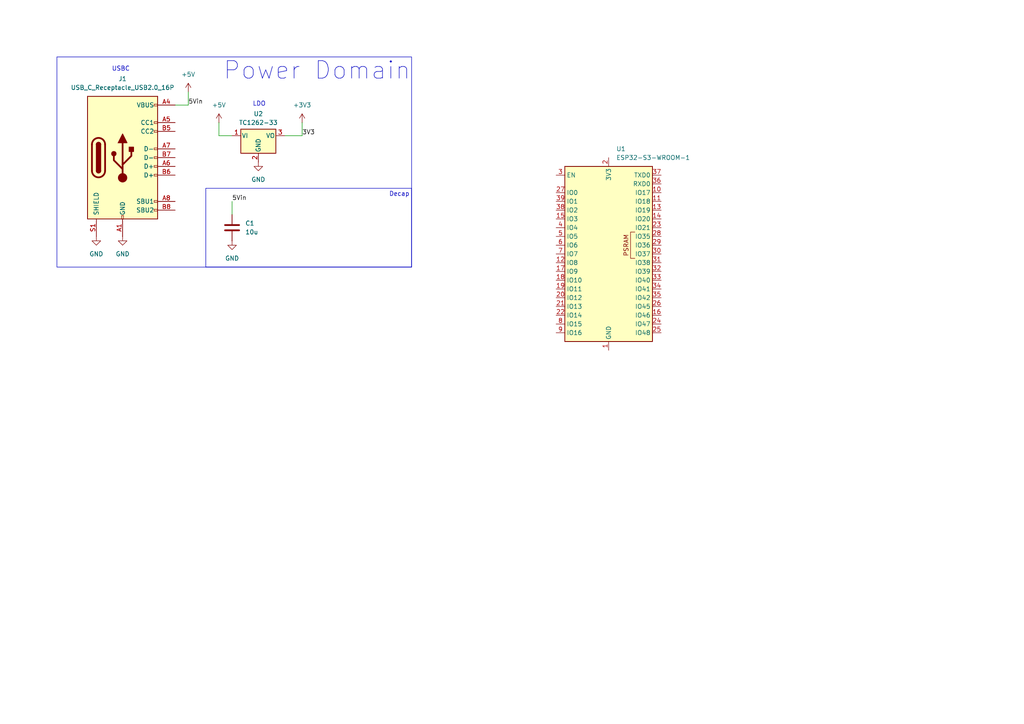
<source format=kicad_sch>
(kicad_sch (version 20231120) (generator "eeschema") (generator_version "8.0")
  (paper "A4")
  (lib_symbols
    (symbol "Connector:USB_C_Receptacle_USB2.0_16P" (pin_names (offset 1.016))
      (property "Reference" "J" (at 0 22.225 0))
      (property "Value" "USB_C_Receptacle_USB2.0_16P" (at 0 19.685 0))
      (symbol "USB_C_Receptacle_USB2.0_16P_0_0"
        (rectangle (start -0.254 -17.78) (end 0.254 -16.764))
        (rectangle (start 10.16 -14.986) (end 9.144 -15.494))
        (rectangle (start 10.16 -12.446) (end 9.144 -12.954))
        (rectangle (start 10.16 -4.826) (end 9.144 -5.334))
        (rectangle (start 10.16 -2.286) (end 9.144 -2.794))
        (rectangle (start 10.16 0.254) (end 9.144 -0.254))
        (rectangle (start 10.16 2.794) (end 9.144 2.286))
        (rectangle (start 10.16 7.874) (end 9.144 7.366))
        (rectangle (start 10.16 10.414) (end 9.144 9.906))
        (rectangle (start 10.16 15.494) (end 9.144 14.986))
      )
      (symbol "USB_C_Receptacle_USB2.0_16P_0_1"
        (rectangle (start -10.16 17.78) (end 10.16 -17.78) (stroke (width 0.254)) (fill (type background)))
        (arc (start -8.89 -3.81) (mid -6.985 -5.7067) (end -5.08 -3.81) (stroke (width 0.508)))
        (arc (start -7.62 -3.81) (mid -6.985 -4.4423) (end -6.35 -3.81) (stroke (width 0.254)))
        (arc (start -7.62 -3.81) (mid -6.985 -4.4423) (end -6.35 -3.81) (stroke (width 0.254)) (fill (type outline)))
        (rectangle (start -7.62 -3.81) (end -6.35 3.81) (stroke (width 0.254)) (fill (type outline)))
        (arc (start -6.35 3.81) (mid -6.985 4.4423) (end -7.62 3.81) (stroke (width 0.254)))
        (arc (start -6.35 3.81) (mid -6.985 4.4423) (end -7.62 3.81) (stroke (width 0.254)) (fill (type outline)))
        (arc (start -5.08 3.81) (mid -6.985 5.7067) (end -8.89 3.81) (stroke (width 0.508)))
        (circle (center -2.54 1.143) (radius 0.635) (stroke (width 0.254)) (fill (type outline)))
        (circle (center 0 -5.842) (radius 1.27) (fill (type outline)))
        (polyline (pts (xy -8.89 -3.81) (xy -8.89 3.81)) (stroke (width 0.508)))
        (polyline (pts (xy -5.08 3.81) (xy -5.08 -3.81)) (stroke (width 0.508)))
        (polyline (pts (xy 0 -5.842) (xy 0 4.318)) (stroke (width 0.508)))
        (polyline (pts (xy 0 -3.302) (xy -2.54 -0.762) (xy -2.54 0.508)) (stroke (width 0.508)))
        (polyline (pts (xy 0 -2.032) (xy 2.54 0.508) (xy 2.54 1.778)) (stroke (width 0.508)))
        (polyline (pts (xy -1.27 4.318) (xy 0 6.858) (xy 1.27 4.318) (xy -1.27 4.318)) (stroke (width 0.254)) (fill (type outline)))
        (rectangle (start 1.905 1.778) (end 3.175 3.048) (stroke (width 0.254)) (fill (type outline)))
      )
      (symbol "USB_C_Receptacle_USB2.0_16P_1_1"
        (pin passive line (at 0 -22.86 90) (length 5.08) (name "GND") (number "A1"))
        (pin passive line (at 0 -22.86 90) (length 5.08) hide (name "GND") (number "A12"))
        (pin passive line (at 15.24 15.24 180) (length 5.08) (name "VBUS") (number "A4"))
        (pin bidirectional line (at 15.24 10.16 180) (length 5.08) (name "CC1") (number "A5"))
        (pin bidirectional line (at 15.24 -2.54 180) (length 5.08) (name "D+") (number "A6"))
        (pin bidirectional line (at 15.24 2.54 180) (length 5.08) (name "D-") (number "A7"))
        (pin bidirectional line (at 15.24 -12.7 180) (length 5.08) (name "SBU1") (number "A8"))
        (pin passive line (at 15.24 15.24 180) (length 5.08) hide (name "VBUS") (number "A9"))
        (pin passive line (at 0 -22.86 90) (length 5.08) hide (name "GND") (number "B1"))
        (pin passive line (at 0 -22.86 90) (length 5.08) hide (name "GND") (number "B12"))
        (pin passive line (at 15.24 15.24 180) (length 5.08) hide (name "VBUS") (number "B4"))
        (pin bidirectional line (at 15.24 7.62 180) (length 5.08) (name "CC2") (number "B5"))
        (pin bidirectional line (at 15.24 -5.08 180) (length 5.08) (name "D+") (number "B6"))
        (pin bidirectional line (at 15.24 0 180) (length 5.08) (name "D-") (number "B7"))
        (pin bidirectional line (at 15.24 -15.24 180) (length 5.08) (name "SBU2") (number "B8"))
        (pin passive line (at 15.24 15.24 180) (length 5.08) hide (name "VBUS") (number "B9"))
        (pin passive line (at -7.62 -22.86 90) (length 5.08) (name "SHIELD") (number "S1"))
      )
    )
    (symbol "Device:C" (pin_numbers hide) (pin_names (offset 0.254))
      (property "Reference" "C" (at 0.635 2.54 0))
      (property "Value" "C" (at 0.635 -2.54 0))
      (symbol "C_0_1"
        (polyline (pts (xy -2.032 -0.762) (xy 2.032 -0.762)) (stroke (width 0.508)))
        (polyline (pts (xy -2.032 0.762) (xy 2.032 0.762)) (stroke (width 0.508)))
      )
      (symbol "C_1_1"
        (pin passive line (at 0 3.81 270) (length 2.794) (name "~") (number "1"))
        (pin passive line (at 0 -3.81 90) (length 2.794) (name "~") (number "2"))
      )
    )
    (symbol "RF_Module:ESP32-S3-WROOM-1"
      (property "Reference" "U" (at -12.7 26.67 0))
      (property "Value" "ESP32-S3-WROOM-1" (at 12.7 26.67 0))
      (symbol "ESP32-S3-WROOM-1_0_0"
        (rectangle (start -12.7 25.4) (end 12.7 -25.4) (stroke (width 0.254)) (fill (type background)))
        (text "PSRAM" (at 5.08 2.54 900) (effects (font (size 1.27 1.27))))
      )
      (symbol "ESP32-S3-WROOM-1_0_1"
        (polyline (pts (xy 7.62 -1.27) (xy 6.35 -1.27) (xy 6.35 6.35) (xy 7.62 6.35)))
      )
      (symbol "ESP32-S3-WROOM-1_1_1"
        (pin power_in line (at 0 -27.94 90) (length 2.54) (name "GND") (number "1"))
        (pin bidirectional line (at 15.24 17.78 180) (length 2.54) (name "IO17") (number "10"))
        (pin bidirectional line (at 15.24 15.24 180) (length 2.54) (name "IO18") (number "11"))
        (pin bidirectional line (at -15.24 -2.54 0) (length 2.54) (name "IO8") (number "12"))
        (pin bidirectional line (at 15.24 12.7 180) (length 2.54) (name "IO19") (number "13"))
        (pin bidirectional line (at 15.24 10.16 180) (length 2.54) (name "IO20") (number "14"))
        (pin bidirectional line (at -15.24 10.16 0) (length 2.54) (name "IO3") (number "15"))
        (pin bidirectional line (at 15.24 -17.78 180) (length 2.54) (name "IO46") (number "16"))
        (pin bidirectional line (at -15.24 -5.08 0) (length 2.54) (name "IO9") (number "17"))
        (pin bidirectional line (at -15.24 -7.62 0) (length 2.54) (name "IO10") (number "18"))
        (pin bidirectional line (at -15.24 -10.16 0) (length 2.54) (name "IO11") (number "19"))
        (pin power_in line (at 0 27.94 270) (length 2.54) (name "3V3") (number "2"))
        (pin bidirectional line (at -15.24 -12.7 0) (length 2.54) (name "IO12") (number "20"))
        (pin bidirectional line (at -15.24 -15.24 0) (length 2.54) (name "IO13") (number "21"))
        (pin bidirectional line (at -15.24 -17.78 0) (length 2.54) (name "IO14") (number "22"))
        (pin bidirectional line (at 15.24 7.62 180) (length 2.54) (name "IO21") (number "23"))
        (pin bidirectional line (at 15.24 -20.32 180) (length 2.54) (name "IO47") (number "24"))
        (pin bidirectional line (at 15.24 -22.86 180) (length 2.54) (name "IO48") (number "25"))
        (pin bidirectional line (at 15.24 -15.24 180) (length 2.54) (name "IO45") (number "26"))
        (pin bidirectional line (at -15.24 17.78 0) (length 2.54) (name "IO0") (number "27"))
        (pin bidirectional line (at 15.24 5.08 180) (length 2.54) (name "IO35") (number "28"))
        (pin bidirectional line (at 15.24 2.54 180) (length 2.54) (name "IO36") (number "29"))
        (pin input line (at -15.24 22.86 0) (length 2.54) (name "EN") (number "3"))
        (pin bidirectional line (at 15.24 0 180) (length 2.54) (name "IO37") (number "30"))
        (pin bidirectional line (at 15.24 -2.54 180) (length 2.54) (name "IO38") (number "31"))
        (pin bidirectional line (at 15.24 -5.08 180) (length 2.54) (name "IO39") (number "32"))
        (pin bidirectional line (at 15.24 -7.62 180) (length 2.54) (name "IO40") (number "33"))
        (pin bidirectional line (at 15.24 -10.16 180) (length 2.54) (name "IO41") (number "34"))
        (pin bidirectional line (at 15.24 -12.7 180) (length 2.54) (name "IO42") (number "35"))
        (pin bidirectional line (at 15.24 20.32 180) (length 2.54) (name "RXD0") (number "36"))
        (pin bidirectional line (at 15.24 22.86 180) (length 2.54) (name "TXD0") (number "37"))
        (pin bidirectional line (at -15.24 12.7 0) (length 2.54) (name "IO2") (number "38"))
        (pin bidirectional line (at -15.24 15.24 0) (length 2.54) (name "IO1") (number "39"))
        (pin bidirectional line (at -15.24 7.62 0) (length 2.54) (name "IO4") (number "4"))
        (pin passive line (at 0 -27.94 90) (length 2.54) hide (name "GND") (number "40"))
        (pin passive line (at 0 -27.94 90) (length 2.54) hide (name "GND") (number "41"))
        (pin bidirectional line (at -15.24 5.08 0) (length 2.54) (name "IO5") (number "5"))
        (pin bidirectional line (at -15.24 2.54 0) (length 2.54) (name "IO6") (number "6"))
        (pin bidirectional line (at -15.24 0 0) (length 2.54) (name "IO7") (number "7"))
        (pin bidirectional line (at -15.24 -20.32 0) (length 2.54) (name "IO15") (number "8"))
        (pin bidirectional line (at -15.24 -22.86 0) (length 2.54) (name "IO16") (number "9"))
      )
    )
    (symbol "Regulator_Linear:TC1262-33" (pin_names (offset 0.254))
      (property "Reference" "U" (at -3.81 3.175 0))
      (property "Value" "TC1262-33" (at 0 3.175 0))
      (symbol "TC1262-33_1_1"
        (rectangle (start -5.08 1.905) (end 5.08 -5.08) (stroke (width 0.254)) (fill (type background)))
        (pin power_in line (at -7.62 0 0) (length 2.54) (name "VI") (number "1"))
        (pin power_in line (at 0 -7.62 90) (length 2.54) (name "GND") (number "2"))
        (pin power_out line (at 7.62 0 180) (length 2.54) (name "VO") (number "3"))
      )
    )
    (symbol "power:+3V3" (power) (pin_numbers hide) (pin_names (offset 0) hide)
      (property "Value" "+3V3" (at 0 3.556 0))
      (symbol "+3V3_0_1"
        (polyline (pts (xy -0.762 1.27) (xy 0 2.54)))
        (polyline (pts (xy 0 0) (xy 0 2.54)))
        (polyline (pts (xy 0 2.54) (xy 0.762 1.27)))
      )
      (symbol "+3V3_1_1"
        (pin power_in line (at 0 0 90) (length 0) (name "~") (number "1"))
      )
    )
    (symbol "power:+5V" (power) (pin_numbers hide) (pin_names (offset 0) hide)
      (property "Value" "+5V" (at 0 3.556 0))
      (symbol "+5V_0_1"
        (polyline (pts (xy -0.762 1.27) (xy 0 2.54)))
        (polyline (pts (xy 0 0) (xy 0 2.54)))
        (polyline (pts (xy 0 2.54) (xy 0.762 1.27)))
      )
      (symbol "+5V_1_1"
        (pin power_in line (at 0 0 90) (length 0) (name "~") (number "1"))
      )
    )
    (symbol "power:GND" (power) (pin_numbers hide) (pin_names (offset 0) hide)
      (property "Value" "GND" (at 0 -3.81 0))
      (symbol "GND_0_1"
        (polyline (pts (xy 0 0) (xy 0 -1.27) (xy 1.27 -1.27) (xy 0 -2.54) (xy -1.27 -1.27) (xy 0 -1.27)))
      )
      (symbol "GND_1_1"
        (pin power_in line (at 0 0 270) (length 0) (name "~") (number "1"))
      )
    )
  )
  (wire (pts (xy 63.5 39.37) (xy 67.31 39.37)))
  (wire (pts (xy 63.5 35.56) (xy 63.5 39.37)))
  (wire (pts (xy 82.55 39.37) (xy 87.63 39.37)))
  (wire (pts (xy 87.63 35.56) (xy 87.63 39.37)))
  (wire (pts (xy 67.31 58.42) (xy 67.31 62.23)))
  (wire (pts (xy 54.61 26.67) (xy 54.61 30.48)))
  (wire (pts (xy 54.61 30.48) (xy 50.8 30.48)))
  (rectangle (start 59.69 54.61) (end 119.38 77.47))
  (rectangle (start 16.51 16.51) (end 119.38 77.47))
  (text "Power Domain" (at 91.948 20.574 0) (effects (font (size 5.08 5.08))))
  (text "USBC" (at 35.052 20.066 0) (effects (font (size 1.27 1.27))))
  (text "LDO" (at 75.184 30.226 0) (effects (font (size 1.27 1.27))))
  (text "Decap" (at 115.824 56.388 0) (effects (font (size 1.27 1.27))))
  (label "3V3" (at 87.63 39.37 0))
  (label "5Vin" (at 54.61 30.48 0))
  (label "5Vin" (at 67.31 58.42 0))
  (symbol (lib_id "power:GND") (at 27.94 68.58 0) (unit 1)
    (property "Reference" "#PWR02" (effects (hide yes)))
    (property "Value" "GND" (at 27.94 73.66 0))
    (property "Description" "Power symbol creates a global label with name \"GND\" , ground" (effects (hide yes)))
  )
  (symbol (lib_id "power:GND") (at 67.31 69.85 0) (unit 1)
    (property "Reference" "#PWR07" (effects (hide yes)))
    (property "Value" "GND" (at 67.31 74.93 0))
    (property "Description" "Power symbol creates a global label with name \"GND\" , ground" (effects (hide yes)))
  )
  (symbol (lib_id "power:+5V") (at 54.61 26.67 0) (unit 1)
    (property "Reference" "#PWR03" (effects (hide yes)))
    (property "Value" "+5V" (at 54.61 21.59 0))
    (property "Description" "Power symbol creates a global label with name \"+5V\"" (effects (hide yes)))
  )
  (symbol (lib_id "Regulator_Linear:TC1262-33") (at 74.93 39.37 0) (unit 1)
    (property "Reference" "U2" (at 74.93 33.02 0))
    (property "Value" "TC1262-33" (at 74.93 35.56 0))
    (property "Datasheet" "http://ww1.microchip.com/downloads/en/DeviceDoc/21373C.pdf" (effects (hide yes)))
    (property "Description" "500mA Low Dropout CMOS Voltage Regulator, Fixed Output 3.3V, TO-220/SOT-223/TO-263" (effects (hide yes)))
  )
  (symbol (lib_id "power:+3V3") (at 87.63 35.56 0) (unit 1)
    (property "Reference" "#PWR05" (effects (hide yes)))
    (property "Value" "+3V3" (at 87.63 30.48 0))
    (property "Description" "Power symbol creates a global label with name \"+3V3\"" (effects (hide yes)))
  )
  (symbol (lib_id "RF_Module:ESP32-S3-WROOM-1") (at 176.53 73.66 0) (unit 1)
    (property "Reference" "U1" (at 178.7241 43.18 0) (effects (justify left)))
    (property "Value" "ESP32-S3-WROOM-1" (at 178.7241 45.72 0) (effects (justify left)))
    (property "Footprint" "RF_Module:ESP32-S3-WROOM-1" (effects (hide yes)))
    (property "Datasheet" "https://www.espressif.com/sites/default/files/documentation/esp32-s3-wroom-1_wroom-1u_datasheet_en.pdf" (effects (hide yes)))
    (property "Description" "RF Module, ESP32-S3 SoC, Wi-Fi 802.11b/g/n, Bluetooth, BLE, 32-bit, 3.3V, onboard antenna, SMD" (effects (hide yes)))
  )
  (symbol (lib_id "Connector:USB_C_Receptacle_USB2.0_16P") (at 35.56 45.72 0) (unit 1)
    (property "Reference" "J1" (at 35.56 22.86 0))
    (property "Value" "USB_C_Receptacle_USB2.0_16P" (at 35.56 25.4 0))
    (property "Datasheet" "https://www.usb.org/sites/default/files/documents/usb_type-c.zip" (effects (hide yes)))
    (property "Description" "USB 2.0-only 16P Type-C Receptacle connector" (effects (hide yes)))
  )
  (symbol (lib_id "Device:C") (at 67.31 66.04 0) (unit 1)
    (property "Reference" "C1" (at 71.12 64.7699 0) (effects (justify left)))
    (property "Value" "10u" (at 71.12 67.3099 0) (effects (justify left)))
    (property "Description" "Unpolarized capacitor" (effects (hide yes)))
  )
  (symbol (lib_id "power:+5V") (at 63.5 35.56 0) (unit 1)
    (property "Reference" "#PWR04" (effects (hide yes)))
    (property "Value" "+5V" (at 63.5 30.48 0))
    (property "Description" "Power symbol creates a global label with name \"+5V\"" (effects (hide yes)))
  )
  (symbol (lib_id "power:GND") (at 74.93 46.99 0) (unit 1)
    (property "Reference" "#PWR06" (effects (hide yes)))
    (property "Value" "GND" (at 74.93 52.07 0))
    (property "Description" "Power symbol creates a global label with name \"GND\" , ground" (effects (hide yes)))
  )
  (symbol (lib_id "power:GND") (at 35.56 68.58 0) (unit 1)
    (property "Reference" "#PWR01" (effects (hide yes)))
    (property "Value" "GND" (at 35.56 73.66 0))
    (property "Description" "Power symbol creates a global label with name \"GND\" , ground" (effects (hide yes)))
  )
)
</source>
